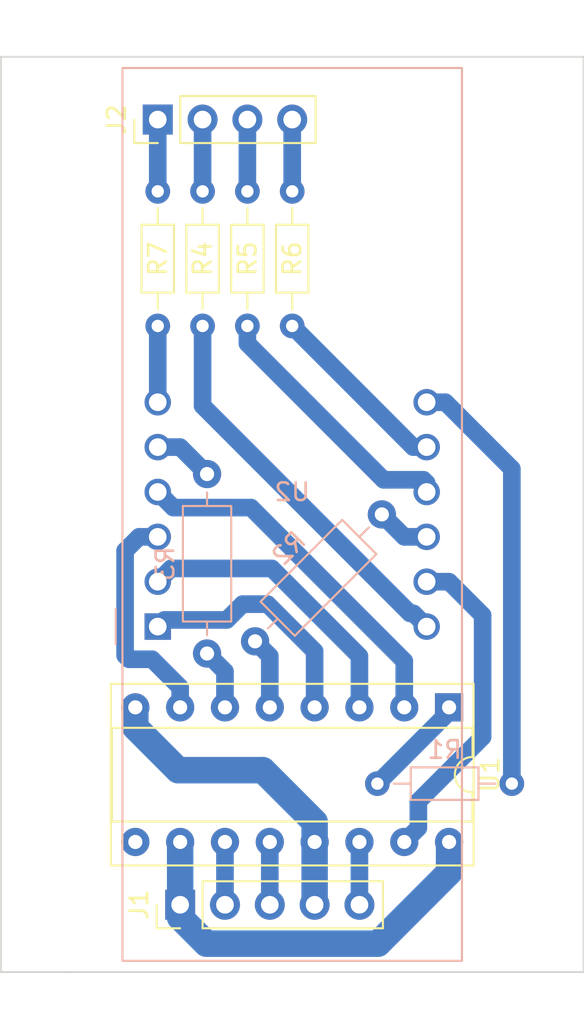
<source format=kicad_pcb>
(kicad_pcb (version 20171130) (host pcbnew "(5.0.2)-1")

  (general
    (thickness 1.6)
    (drawings 9)
    (tracks 78)
    (zones 0)
    (modules 15)
    (nets 26)
  )

  (page A4)
  (layers
    (0 F.Cu signal)
    (31 B.Cu signal)
    (32 B.Adhes user)
    (33 F.Adhes user)
    (34 B.Paste user)
    (35 F.Paste user)
    (36 B.SilkS user)
    (37 F.SilkS user)
    (38 B.Mask user)
    (39 F.Mask user)
    (40 Dwgs.User user)
    (41 Cmts.User user)
    (42 Eco1.User user)
    (43 Eco2.User user)
    (44 Edge.Cuts user)
    (45 Margin user)
    (46 B.CrtYd user)
    (47 F.CrtYd user)
    (48 B.Fab user)
    (49 F.Fab user)
  )

  (setup
    (last_trace_width 1)
    (trace_clearance 0.6)
    (zone_clearance 0.508)
    (zone_45_only no)
    (trace_min 0.2)
    (segment_width 0.2)
    (edge_width 0.1)
    (via_size 0.8)
    (via_drill 0.4)
    (via_min_size 0.4)
    (via_min_drill 0.3)
    (uvia_size 0.3)
    (uvia_drill 0.1)
    (uvias_allowed no)
    (uvia_min_size 0.2)
    (uvia_min_drill 0.1)
    (pcb_text_width 0.3)
    (pcb_text_size 1.5 1.5)
    (mod_edge_width 0.15)
    (mod_text_size 1 1)
    (mod_text_width 0.15)
    (pad_size 1.5 1.5)
    (pad_drill 0.6)
    (pad_to_mask_clearance 0)
    (solder_mask_min_width 0.25)
    (aux_axis_origin 0 0)
    (visible_elements 7FFFFFFF)
    (pcbplotparams
      (layerselection 0x010fc_ffffffff)
      (usegerberextensions false)
      (usegerberattributes false)
      (usegerberadvancedattributes false)
      (creategerberjobfile false)
      (excludeedgelayer true)
      (linewidth 0.100000)
      (plotframeref false)
      (viasonmask false)
      (mode 1)
      (useauxorigin false)
      (hpglpennumber 1)
      (hpglpenspeed 20)
      (hpglpendiameter 15.000000)
      (psnegative false)
      (psa4output false)
      (plotreference true)
      (plotvalue true)
      (plotinvisibletext false)
      (padsonsilk false)
      (subtractmaskfromsilk false)
      (outputformat 1)
      (mirror false)
      (drillshape 0)
      (scaleselection 1)
      (outputdirectory "./"))
  )

  (net 0 "")
  (net 1 +5V)
  (net 2 GND)
  (net 3 SPI_NSS)
  (net 4 SPI_SCK)
  (net 5 SPI_MOSI)
  (net 6 DIG0)
  (net 7 DIG1)
  (net 8 DIG2)
  (net 9 DIG3)
  (net 10 "Net-(R7-Pad2)")
  (net 11 "Net-(U1-Pad9)")
  (net 12 "Net-(U1-Pad2)")
  (net 13 "Net-(U1-Pad3)")
  (net 14 "Net-(U1-Pad4)")
  (net 15 "Net-(U1-Pad7)")
  (net 16 "Net-(U1-Pad15)")
  (net 17 "Net-(R1-Pad2)")
  (net 18 "Net-(R1-Pad1)")
  (net 19 "Net-(R2-Pad1)")
  (net 20 "Net-(R2-Pad2)")
  (net 21 "Net-(R3-Pad2)")
  (net 22 "Net-(R3-Pad1)")
  (net 23 "Net-(R4-Pad2)")
  (net 24 "Net-(R5-Pad2)")
  (net 25 "Net-(R6-Pad2)")

  (net_class Default "Это класс цепей по умолчанию."
    (clearance 0.6)
    (trace_width 1)
    (via_dia 0.8)
    (via_drill 0.4)
    (uvia_dia 0.3)
    (uvia_drill 0.1)
    (add_net DIG0)
    (add_net DIG1)
    (add_net DIG2)
    (add_net DIG3)
    (add_net "Net-(R1-Pad1)")
    (add_net "Net-(R1-Pad2)")
    (add_net "Net-(R2-Pad1)")
    (add_net "Net-(R2-Pad2)")
    (add_net "Net-(R3-Pad1)")
    (add_net "Net-(R3-Pad2)")
    (add_net "Net-(R4-Pad2)")
    (add_net "Net-(R5-Pad2)")
    (add_net "Net-(R6-Pad2)")
    (add_net "Net-(R7-Pad2)")
    (add_net "Net-(U1-Pad15)")
    (add_net "Net-(U1-Pad2)")
    (add_net "Net-(U1-Pad3)")
    (add_net "Net-(U1-Pad4)")
    (add_net "Net-(U1-Pad7)")
    (add_net "Net-(U1-Pad9)")
    (add_net SPI_MOSI)
    (add_net SPI_NSS)
    (add_net SPI_SCK)
  )

  (net_class PWR ""
    (clearance 0.6)
    (trace_width 1.5)
    (via_dia 0.8)
    (via_drill 0.4)
    (uvia_dia 0.3)
    (uvia_drill 0.1)
    (add_net +5V)
    (add_net GND)
  )

  (module Display_7Segment:CA56-12SRWA (layer B.Cu) (tedit 5A02FE84) (tstamp 5DC24ADA)
    (at 28.702 54.102)
    (descr "4 digit 7 segment green LED, http://www.kingbrightusa.com/images/catalog/SPEC/CA56-12SRWA.pdf")
    (tags "4 digit 7 segment green LED")
    (path /5C376772)
    (fp_text reference U2 (at 7.62 -7.62) (layer B.SilkS)
      (effects (font (size 1 1) (thickness 0.15)) (justify mirror))
    )
    (fp_text value CC56-12SRWA (at 3.2 -32.8) (layer B.Fab)
      (effects (font (size 1 1) (thickness 0.15)) (justify mirror))
    )
    (fp_line (start -2 18.92) (end 17.24 18.92) (layer B.SilkS) (width 0.12))
    (fp_line (start -2 18.92) (end -2 -31.62) (layer B.SilkS) (width 0.12))
    (fp_line (start -2 -31.62) (end 17.24 -31.62) (layer B.SilkS) (width 0.12))
    (fp_line (start 17.24 -31.62) (end 17.24 18.92) (layer B.SilkS) (width 0.12))
    (fp_line (start -1.88 -1) (end -0.88 0) (layer B.Fab) (width 0.1))
    (fp_line (start -0.88 0) (end -1.88 1) (layer B.Fab) (width 0.1))
    (fp_line (start -1.88 1) (end -1.88 18.8) (layer B.Fab) (width 0.1))
    (fp_line (start -2.13 19.05) (end 17.37 19.05) (layer B.CrtYd) (width 0.05))
    (fp_line (start 17.37 19.05) (end 17.37 -31.75) (layer B.CrtYd) (width 0.05))
    (fp_line (start 17.37 -31.75) (end -2.13 -31.75) (layer B.CrtYd) (width 0.05))
    (fp_line (start -2.13 -31.75) (end -2.13 19.05) (layer B.CrtYd) (width 0.05))
    (fp_line (start -2.38 1) (end -2.38 -1) (layer B.SilkS) (width 0.12))
    (fp_line (start -1.88 18.8) (end 17.12 18.8) (layer B.Fab) (width 0.1))
    (fp_line (start 17.12 18.8) (end 17.12 -31.5) (layer B.Fab) (width 0.1))
    (fp_line (start -1.88 -31.5) (end 17.12 -31.5) (layer B.Fab) (width 0.1))
    (fp_line (start -1.88 -1) (end -1.88 -31.5) (layer B.Fab) (width 0.1))
    (fp_text user %R (at 8.128 -6.604) (layer B.Fab)
      (effects (font (size 1 1) (thickness 0.15)) (justify mirror))
    )
    (pad 1 thru_hole rect (at 0 0) (size 1.5 1.5) (drill 1) (layers *.Cu *.Mask)
      (net 14 "Net-(U1-Pad4)"))
    (pad 2 thru_hole circle (at 0 -2.54) (size 1.5 1.5) (drill 1) (layers *.Cu *.Mask)
      (net 13 "Net-(U1-Pad3)"))
    (pad 3 thru_hole circle (at 0 -5.08) (size 1.5 1.5) (drill 1) (layers *.Cu *.Mask)
      (net 15 "Net-(U1-Pad7)"))
    (pad 4 thru_hole circle (at 0 -7.62) (size 1.5 1.5) (drill 1) (layers *.Cu *.Mask)
      (net 12 "Net-(U1-Pad2)"))
    (pad 5 thru_hole circle (at 0 -10.16) (size 1.5 1.5) (drill 1) (layers *.Cu *.Mask)
      (net 22 "Net-(R3-Pad1)"))
    (pad 6 thru_hole circle (at 0 -12.7) (size 1.5 1.5) (drill 1) (layers *.Cu *.Mask)
      (net 10 "Net-(R7-Pad2)"))
    (pad 7 thru_hole circle (at 15.24 -12.7) (size 1.5 1.5) (drill 1) (layers *.Cu *.Mask)
      (net 18 "Net-(R1-Pad1)"))
    (pad 8 thru_hole circle (at 15.24 -10.16) (size 1.5 1.5) (drill 1) (layers *.Cu *.Mask)
      (net 25 "Net-(R6-Pad2)"))
    (pad 9 thru_hole circle (at 15.24 -7.62) (size 1.5 1.5) (drill 1) (layers *.Cu *.Mask)
      (net 24 "Net-(R5-Pad2)"))
    (pad 10 thru_hole circle (at 15.24 -5.08) (size 1.5 1.5) (drill 1) (layers *.Cu *.Mask)
      (net 19 "Net-(R2-Pad1)"))
    (pad 11 thru_hole circle (at 15.24 -2.54) (size 1.5 1.5) (drill 1) (layers *.Cu *.Mask)
      (net 16 "Net-(U1-Pad15)"))
    (pad 12 thru_hole circle (at 15.24 0) (size 1.5 1.5) (drill 1) (layers *.Cu *.Mask)
      (net 23 "Net-(R4-Pad2)"))
    (model ${KISYS3DMOD}/Display_7Segment.3dshapes/CA56-12SRWA.wrl
      (at (xyz 0 0 0))
      (scale (xyz 1 1 1))
      (rotate (xyz 0 0 0))
    )
  )

  (module MountingHole:MountingHole_2.2mm_M2 (layer F.Cu) (tedit 5DB20D01) (tstamp 5DCB9BCB)
    (at 22.86 24.892)
    (descr "Mounting Hole 2.2mm, no annular, M2")
    (tags "mounting hole 2.2mm no annular m2")
    (attr virtual)
    (fp_text reference REF** (at 0 -3.2) (layer F.SilkS) hide
      (effects (font (size 1 1) (thickness 0.15)))
    )
    (fp_text value MountingHole_2.2mm_M2 (at 0 3.2) (layer F.Fab) hide
      (effects (font (size 1 1) (thickness 0.15)))
    )
    (fp_circle (center 0 0) (end 2.45 0) (layer F.CrtYd) (width 0.05))
    (fp_circle (center 0 0) (end 2.2 0) (layer Cmts.User) (width 0.15))
    (fp_text user %R (at 0.3 0) (layer F.Fab)
      (effects (font (size 1 1) (thickness 0.15)))
    )
    (pad 1 np_thru_hole circle (at 0 0) (size 2.2 2.2) (drill 2.2) (layers *.Cu *.Mask))
  )

  (module MountingHole:MountingHole_2.2mm_M2 (layer F.Cu) (tedit 5DB5AE27) (tstamp 5DCB9D4A)
    (at 22.86 70.612)
    (descr "Mounting Hole 2.2mm, no annular, M2")
    (tags "mounting hole 2.2mm no annular m2")
    (attr virtual)
    (fp_text reference REF** (at 0 -3.2) (layer F.SilkS) hide
      (effects (font (size 1 1) (thickness 0.15)))
    )
    (fp_text value MountingHole_2.2mm_M2 (at 0 3.2) (layer F.Fab) hide
      (effects (font (size 1 1) (thickness 0.15)))
    )
    (fp_circle (center 0 0) (end 2.45 0) (layer F.CrtYd) (width 0.05))
    (fp_circle (center 0 0) (end 2.2 0) (layer Cmts.User) (width 0.15))
    (fp_text user %R (at 0.3 0) (layer F.Fab)
      (effects (font (size 1 1) (thickness 0.15)))
    )
    (pad 1 np_thru_hole circle (at 0 0) (size 2.2 2.2) (drill 2.2) (layers *.Cu *.Mask))
  )

  (module MountingHole:MountingHole_2.2mm_M2 (layer F.Cu) (tedit 5DB20CFB) (tstamp 5DCB9ECC)
    (at 49.784 24.892)
    (descr "Mounting Hole 2.2mm, no annular, M2")
    (tags "mounting hole 2.2mm no annular m2")
    (attr virtual)
    (fp_text reference REF** (at 0 -3.2) (layer F.SilkS) hide
      (effects (font (size 1 1) (thickness 0.15)))
    )
    (fp_text value MountingHole_2.2mm_M2 (at 0 3.2) (layer F.Fab) hide
      (effects (font (size 1 1) (thickness 0.15)))
    )
    (fp_circle (center 0 0) (end 2.45 0) (layer F.CrtYd) (width 0.05))
    (fp_circle (center 0 0) (end 2.2 0) (layer Cmts.User) (width 0.15))
    (fp_text user %R (at 0.3 0) (layer F.Fab)
      (effects (font (size 1 1) (thickness 0.15)))
    )
    (pad 1 np_thru_hole circle (at 0 0) (size 2.2 2.2) (drill 2.2) (layers *.Cu *.Mask))
  )

  (module MountingHole:MountingHole_2.2mm_M2 (layer F.Cu) (tedit 5DB20CF2) (tstamp 5DCBA052)
    (at 49.784 70.612)
    (descr "Mounting Hole 2.2mm, no annular, M2")
    (tags "mounting hole 2.2mm no annular m2")
    (attr virtual)
    (fp_text reference REF** (at 0 -3.2) (layer F.SilkS) hide
      (effects (font (size 1 1) (thickness 0.15)))
    )
    (fp_text value MountingHole_2.2mm_M2 (at 0 3.2) (layer F.Fab) hide
      (effects (font (size 1 1) (thickness 0.15)))
    )
    (fp_circle (center 0 0) (end 2.45 0) (layer F.CrtYd) (width 0.05))
    (fp_circle (center 0 0) (end 2.2 0) (layer Cmts.User) (width 0.15))
    (fp_text user %R (at 0.3 0) (layer F.Fab)
      (effects (font (size 1 1) (thickness 0.15)))
    )
    (pad 1 np_thru_hole circle (at 0 0) (size 2.2 2.2) (drill 2.2) (layers *.Cu *.Mask))
  )

  (module Connector_PinHeader_2.54mm:PinHeader_1x05_P2.54mm_Vertical (layer F.Cu) (tedit 59FED5CC) (tstamp 5DC249D4)
    (at 29.972 69.85 90)
    (descr "Through hole straight pin header, 1x05, 2.54mm pitch, single row")
    (tags "Through hole pin header THT 1x05 2.54mm single row")
    (path /5DB32951)
    (fp_text reference J1 (at 0 -2.33 90) (layer F.SilkS)
      (effects (font (size 1 1) (thickness 0.15)))
    )
    (fp_text value Conn_01x05_Male (at 0 12.49 90) (layer F.Fab)
      (effects (font (size 1 1) (thickness 0.15)))
    )
    (fp_line (start -0.635 -1.27) (end 1.27 -1.27) (layer F.Fab) (width 0.1))
    (fp_line (start 1.27 -1.27) (end 1.27 11.43) (layer F.Fab) (width 0.1))
    (fp_line (start 1.27 11.43) (end -1.27 11.43) (layer F.Fab) (width 0.1))
    (fp_line (start -1.27 11.43) (end -1.27 -0.635) (layer F.Fab) (width 0.1))
    (fp_line (start -1.27 -0.635) (end -0.635 -1.27) (layer F.Fab) (width 0.1))
    (fp_line (start -1.33 11.49) (end 1.33 11.49) (layer F.SilkS) (width 0.12))
    (fp_line (start -1.33 1.27) (end -1.33 11.49) (layer F.SilkS) (width 0.12))
    (fp_line (start 1.33 1.27) (end 1.33 11.49) (layer F.SilkS) (width 0.12))
    (fp_line (start -1.33 1.27) (end 1.33 1.27) (layer F.SilkS) (width 0.12))
    (fp_line (start -1.33 0) (end -1.33 -1.33) (layer F.SilkS) (width 0.12))
    (fp_line (start -1.33 -1.33) (end 0 -1.33) (layer F.SilkS) (width 0.12))
    (fp_line (start -1.8 -1.8) (end -1.8 11.95) (layer F.CrtYd) (width 0.05))
    (fp_line (start -1.8 11.95) (end 1.8 11.95) (layer F.CrtYd) (width 0.05))
    (fp_line (start 1.8 11.95) (end 1.8 -1.8) (layer F.CrtYd) (width 0.05))
    (fp_line (start 1.8 -1.8) (end -1.8 -1.8) (layer F.CrtYd) (width 0.05))
    (fp_text user %R (at 0 5.08 180) (layer F.Fab)
      (effects (font (size 1 1) (thickness 0.15)))
    )
    (pad 1 thru_hole rect (at 0 0 90) (size 1.7 1.7) (drill 1) (layers *.Cu *.Mask)
      (net 1 +5V))
    (pad 2 thru_hole oval (at 0 2.54 90) (size 1.7 1.7) (drill 1) (layers *.Cu *.Mask)
      (net 4 SPI_SCK))
    (pad 3 thru_hole oval (at 0 5.08 90) (size 1.7 1.7) (drill 1) (layers *.Cu *.Mask)
      (net 3 SPI_NSS))
    (pad 4 thru_hole oval (at 0 7.62 90) (size 1.7 1.7) (drill 1) (layers *.Cu *.Mask)
      (net 2 GND))
    (pad 5 thru_hole oval (at 0 10.16 90) (size 1.7 1.7) (drill 1) (layers *.Cu *.Mask)
      (net 5 SPI_MOSI))
    (model ${KISYS3DMOD}/Connector_PinHeader_2.54mm.3dshapes/PinHeader_1x05_P2.54mm_Vertical.wrl
      (at (xyz 0 0 0))
      (scale (xyz 1 1 1))
      (rotate (xyz 0 0 0))
    )
  )

  (module Connector_PinHeader_2.54mm:PinHeader_1x04_P2.54mm_Vertical (layer F.Cu) (tedit 59FED5CC) (tstamp 5DC249EC)
    (at 28.702 25.4 90)
    (descr "Through hole straight pin header, 1x04, 2.54mm pitch, single row")
    (tags "Through hole pin header THT 1x04 2.54mm single row")
    (path /5DB30AED)
    (fp_text reference J2 (at 0 -2.33 90) (layer F.SilkS)
      (effects (font (size 1 1) (thickness 0.15)))
    )
    (fp_text value Conn_01x04_Male (at 0 9.95 90) (layer F.Fab)
      (effects (font (size 1 1) (thickness 0.15)))
    )
    (fp_line (start -0.635 -1.27) (end 1.27 -1.27) (layer F.Fab) (width 0.1))
    (fp_line (start 1.27 -1.27) (end 1.27 8.89) (layer F.Fab) (width 0.1))
    (fp_line (start 1.27 8.89) (end -1.27 8.89) (layer F.Fab) (width 0.1))
    (fp_line (start -1.27 8.89) (end -1.27 -0.635) (layer F.Fab) (width 0.1))
    (fp_line (start -1.27 -0.635) (end -0.635 -1.27) (layer F.Fab) (width 0.1))
    (fp_line (start -1.33 8.95) (end 1.33 8.95) (layer F.SilkS) (width 0.12))
    (fp_line (start -1.33 1.27) (end -1.33 8.95) (layer F.SilkS) (width 0.12))
    (fp_line (start 1.33 1.27) (end 1.33 8.95) (layer F.SilkS) (width 0.12))
    (fp_line (start -1.33 1.27) (end 1.33 1.27) (layer F.SilkS) (width 0.12))
    (fp_line (start -1.33 0) (end -1.33 -1.33) (layer F.SilkS) (width 0.12))
    (fp_line (start -1.33 -1.33) (end 0 -1.33) (layer F.SilkS) (width 0.12))
    (fp_line (start -1.8 -1.8) (end -1.8 9.4) (layer F.CrtYd) (width 0.05))
    (fp_line (start -1.8 9.4) (end 1.8 9.4) (layer F.CrtYd) (width 0.05))
    (fp_line (start 1.8 9.4) (end 1.8 -1.8) (layer F.CrtYd) (width 0.05))
    (fp_line (start 1.8 -1.8) (end -1.8 -1.8) (layer F.CrtYd) (width 0.05))
    (fp_text user %R (at 0 3.81 180) (layer F.Fab)
      (effects (font (size 1 1) (thickness 0.15)))
    )
    (pad 1 thru_hole rect (at 0 0 90) (size 1.7 1.7) (drill 1) (layers *.Cu *.Mask)
      (net 9 DIG3))
    (pad 2 thru_hole oval (at 0 2.54 90) (size 1.7 1.7) (drill 1) (layers *.Cu *.Mask)
      (net 6 DIG0))
    (pad 3 thru_hole oval (at 0 5.08 90) (size 1.7 1.7) (drill 1) (layers *.Cu *.Mask)
      (net 7 DIG1))
    (pad 4 thru_hole oval (at 0 7.62 90) (size 1.7 1.7) (drill 1) (layers *.Cu *.Mask)
      (net 8 DIG2))
    (model ${KISYS3DMOD}/Connector_PinHeader_2.54mm.3dshapes/PinHeader_1x04_P2.54mm_Vertical.wrl
      (at (xyz 0 0 0))
      (scale (xyz 1 1 1))
      (rotate (xyz 0 0 0))
    )
  )

  (module Resistor_THT:R_Axial_DIN0204_L3.6mm_D1.6mm_P7.62mm_Horizontal (layer F.Cu) (tedit 5AE5139B) (tstamp 5DC24A48)
    (at 31.242 29.464 270)
    (descr "Resistor, Axial_DIN0204 series, Axial, Horizontal, pin pitch=7.62mm, 0.167W, length*diameter=3.6*1.6mm^2, http://cdn-reichelt.de/documents/datenblatt/B400/1_4W%23YAG.pdf")
    (tags "Resistor Axial_DIN0204 series Axial Horizontal pin pitch 7.62mm 0.167W length 3.6mm diameter 1.6mm")
    (path /5C3A4A47)
    (fp_text reference R4 (at 3.81 0 270) (layer F.SilkS)
      (effects (font (size 1 1) (thickness 0.15)))
    )
    (fp_text value 330 (at 3.81 1.92 270) (layer F.Fab)
      (effects (font (size 1 1) (thickness 0.15)))
    )
    (fp_line (start 2.01 -0.8) (end 2.01 0.8) (layer F.Fab) (width 0.1))
    (fp_line (start 2.01 0.8) (end 5.61 0.8) (layer F.Fab) (width 0.1))
    (fp_line (start 5.61 0.8) (end 5.61 -0.8) (layer F.Fab) (width 0.1))
    (fp_line (start 5.61 -0.8) (end 2.01 -0.8) (layer F.Fab) (width 0.1))
    (fp_line (start 0 0) (end 2.01 0) (layer F.Fab) (width 0.1))
    (fp_line (start 7.62 0) (end 5.61 0) (layer F.Fab) (width 0.1))
    (fp_line (start 1.89 -0.92) (end 1.89 0.92) (layer F.SilkS) (width 0.12))
    (fp_line (start 1.89 0.92) (end 5.73 0.92) (layer F.SilkS) (width 0.12))
    (fp_line (start 5.73 0.92) (end 5.73 -0.92) (layer F.SilkS) (width 0.12))
    (fp_line (start 5.73 -0.92) (end 1.89 -0.92) (layer F.SilkS) (width 0.12))
    (fp_line (start 0.94 0) (end 1.89 0) (layer F.SilkS) (width 0.12))
    (fp_line (start 6.68 0) (end 5.73 0) (layer F.SilkS) (width 0.12))
    (fp_line (start -0.95 -1.05) (end -0.95 1.05) (layer F.CrtYd) (width 0.05))
    (fp_line (start -0.95 1.05) (end 8.57 1.05) (layer F.CrtYd) (width 0.05))
    (fp_line (start 8.57 1.05) (end 8.57 -1.05) (layer F.CrtYd) (width 0.05))
    (fp_line (start 8.57 -1.05) (end -0.95 -1.05) (layer F.CrtYd) (width 0.05))
    (fp_text user %R (at 3.81 0 270) (layer F.Fab)
      (effects (font (size 0.72 0.72) (thickness 0.108)))
    )
    (pad 1 thru_hole circle (at 0 0 270) (size 1.4 1.4) (drill 0.7) (layers *.Cu *.Mask)
      (net 6 DIG0))
    (pad 2 thru_hole oval (at 7.62 0 270) (size 1.4 1.4) (drill 0.7) (layers *.Cu *.Mask)
      (net 23 "Net-(R4-Pad2)"))
    (model ${KISYS3DMOD}/Resistor_THT.3dshapes/R_Axial_DIN0204_L3.6mm_D1.6mm_P7.62mm_Horizontal.wrl
      (at (xyz 0 0 0))
      (scale (xyz 1 1 1))
      (rotate (xyz 0 0 0))
    )
  )

  (module Resistor_THT:R_Axial_DIN0204_L3.6mm_D1.6mm_P7.62mm_Horizontal (layer F.Cu) (tedit 5AE5139B) (tstamp 5DC24A5F)
    (at 33.782 29.464 270)
    (descr "Resistor, Axial_DIN0204 series, Axial, Horizontal, pin pitch=7.62mm, 0.167W, length*diameter=3.6*1.6mm^2, http://cdn-reichelt.de/documents/datenblatt/B400/1_4W%23YAG.pdf")
    (tags "Resistor Axial_DIN0204 series Axial Horizontal pin pitch 7.62mm 0.167W length 3.6mm diameter 1.6mm")
    (path /5C3A4BCB)
    (fp_text reference R5 (at 3.81 0 270) (layer F.SilkS)
      (effects (font (size 1 1) (thickness 0.15)))
    )
    (fp_text value 330 (at 3.81 1.92 270) (layer F.Fab)
      (effects (font (size 1 1) (thickness 0.15)))
    )
    (fp_text user %R (at 3.81 0 270) (layer F.Fab)
      (effects (font (size 0.72 0.72) (thickness 0.108)))
    )
    (fp_line (start 8.57 -1.05) (end -0.95 -1.05) (layer F.CrtYd) (width 0.05))
    (fp_line (start 8.57 1.05) (end 8.57 -1.05) (layer F.CrtYd) (width 0.05))
    (fp_line (start -0.95 1.05) (end 8.57 1.05) (layer F.CrtYd) (width 0.05))
    (fp_line (start -0.95 -1.05) (end -0.95 1.05) (layer F.CrtYd) (width 0.05))
    (fp_line (start 6.68 0) (end 5.73 0) (layer F.SilkS) (width 0.12))
    (fp_line (start 0.94 0) (end 1.89 0) (layer F.SilkS) (width 0.12))
    (fp_line (start 5.73 -0.92) (end 1.89 -0.92) (layer F.SilkS) (width 0.12))
    (fp_line (start 5.73 0.92) (end 5.73 -0.92) (layer F.SilkS) (width 0.12))
    (fp_line (start 1.89 0.92) (end 5.73 0.92) (layer F.SilkS) (width 0.12))
    (fp_line (start 1.89 -0.92) (end 1.89 0.92) (layer F.SilkS) (width 0.12))
    (fp_line (start 7.62 0) (end 5.61 0) (layer F.Fab) (width 0.1))
    (fp_line (start 0 0) (end 2.01 0) (layer F.Fab) (width 0.1))
    (fp_line (start 5.61 -0.8) (end 2.01 -0.8) (layer F.Fab) (width 0.1))
    (fp_line (start 5.61 0.8) (end 5.61 -0.8) (layer F.Fab) (width 0.1))
    (fp_line (start 2.01 0.8) (end 5.61 0.8) (layer F.Fab) (width 0.1))
    (fp_line (start 2.01 -0.8) (end 2.01 0.8) (layer F.Fab) (width 0.1))
    (pad 2 thru_hole oval (at 7.62 0 270) (size 1.4 1.4) (drill 0.7) (layers *.Cu *.Mask)
      (net 24 "Net-(R5-Pad2)"))
    (pad 1 thru_hole circle (at 0 0 270) (size 1.4 1.4) (drill 0.7) (layers *.Cu *.Mask)
      (net 7 DIG1))
    (model ${KISYS3DMOD}/Resistor_THT.3dshapes/R_Axial_DIN0204_L3.6mm_D1.6mm_P7.62mm_Horizontal.wrl
      (at (xyz 0 0 0))
      (scale (xyz 1 1 1))
      (rotate (xyz 0 0 0))
    )
  )

  (module Resistor_THT:R_Axial_DIN0204_L3.6mm_D1.6mm_P7.62mm_Horizontal (layer F.Cu) (tedit 5AE5139B) (tstamp 5DC24A76)
    (at 36.322 29.464 270)
    (descr "Resistor, Axial_DIN0204 series, Axial, Horizontal, pin pitch=7.62mm, 0.167W, length*diameter=3.6*1.6mm^2, http://cdn-reichelt.de/documents/datenblatt/B400/1_4W%23YAG.pdf")
    (tags "Resistor Axial_DIN0204 series Axial Horizontal pin pitch 7.62mm 0.167W length 3.6mm diameter 1.6mm")
    (path /5C3A4C2B)
    (fp_text reference R6 (at 3.81 0 270) (layer F.SilkS)
      (effects (font (size 1 1) (thickness 0.15)))
    )
    (fp_text value 330 (at 3.81 1.92 270) (layer F.Fab)
      (effects (font (size 1 1) (thickness 0.15)))
    )
    (fp_line (start 2.01 -0.8) (end 2.01 0.8) (layer F.Fab) (width 0.1))
    (fp_line (start 2.01 0.8) (end 5.61 0.8) (layer F.Fab) (width 0.1))
    (fp_line (start 5.61 0.8) (end 5.61 -0.8) (layer F.Fab) (width 0.1))
    (fp_line (start 5.61 -0.8) (end 2.01 -0.8) (layer F.Fab) (width 0.1))
    (fp_line (start 0 0) (end 2.01 0) (layer F.Fab) (width 0.1))
    (fp_line (start 7.62 0) (end 5.61 0) (layer F.Fab) (width 0.1))
    (fp_line (start 1.89 -0.92) (end 1.89 0.92) (layer F.SilkS) (width 0.12))
    (fp_line (start 1.89 0.92) (end 5.73 0.92) (layer F.SilkS) (width 0.12))
    (fp_line (start 5.73 0.92) (end 5.73 -0.92) (layer F.SilkS) (width 0.12))
    (fp_line (start 5.73 -0.92) (end 1.89 -0.92) (layer F.SilkS) (width 0.12))
    (fp_line (start 0.94 0) (end 1.89 0) (layer F.SilkS) (width 0.12))
    (fp_line (start 6.68 0) (end 5.73 0) (layer F.SilkS) (width 0.12))
    (fp_line (start -0.95 -1.05) (end -0.95 1.05) (layer F.CrtYd) (width 0.05))
    (fp_line (start -0.95 1.05) (end 8.57 1.05) (layer F.CrtYd) (width 0.05))
    (fp_line (start 8.57 1.05) (end 8.57 -1.05) (layer F.CrtYd) (width 0.05))
    (fp_line (start 8.57 -1.05) (end -0.95 -1.05) (layer F.CrtYd) (width 0.05))
    (fp_text user %R (at 3.81 0 270) (layer F.Fab)
      (effects (font (size 0.72 0.72) (thickness 0.108)))
    )
    (pad 1 thru_hole circle (at 0 0 270) (size 1.4 1.4) (drill 0.7) (layers *.Cu *.Mask)
      (net 8 DIG2))
    (pad 2 thru_hole oval (at 7.62 0 270) (size 1.4 1.4) (drill 0.7) (layers *.Cu *.Mask)
      (net 25 "Net-(R6-Pad2)"))
    (model ${KISYS3DMOD}/Resistor_THT.3dshapes/R_Axial_DIN0204_L3.6mm_D1.6mm_P7.62mm_Horizontal.wrl
      (at (xyz 0 0 0))
      (scale (xyz 1 1 1))
      (rotate (xyz 0 0 0))
    )
  )

  (module Resistor_THT:R_Axial_DIN0204_L3.6mm_D1.6mm_P7.62mm_Horizontal (layer F.Cu) (tedit 5AE5139B) (tstamp 5DC24A8D)
    (at 28.702 29.464 270)
    (descr "Resistor, Axial_DIN0204 series, Axial, Horizontal, pin pitch=7.62mm, 0.167W, length*diameter=3.6*1.6mm^2, http://cdn-reichelt.de/documents/datenblatt/B400/1_4W%23YAG.pdf")
    (tags "Resistor Axial_DIN0204 series Axial Horizontal pin pitch 7.62mm 0.167W length 3.6mm diameter 1.6mm")
    (path /5C3A4C8D)
    (fp_text reference R7 (at 3.81 0 270) (layer F.SilkS)
      (effects (font (size 1 1) (thickness 0.15)))
    )
    (fp_text value 330 (at 3.81 1.92 270) (layer F.Fab)
      (effects (font (size 1 1) (thickness 0.15)))
    )
    (fp_text user %R (at 3.81 0 270) (layer F.Fab)
      (effects (font (size 0.72 0.72) (thickness 0.108)))
    )
    (fp_line (start 8.57 -1.05) (end -0.95 -1.05) (layer F.CrtYd) (width 0.05))
    (fp_line (start 8.57 1.05) (end 8.57 -1.05) (layer F.CrtYd) (width 0.05))
    (fp_line (start -0.95 1.05) (end 8.57 1.05) (layer F.CrtYd) (width 0.05))
    (fp_line (start -0.95 -1.05) (end -0.95 1.05) (layer F.CrtYd) (width 0.05))
    (fp_line (start 6.68 0) (end 5.73 0) (layer F.SilkS) (width 0.12))
    (fp_line (start 0.94 0) (end 1.89 0) (layer F.SilkS) (width 0.12))
    (fp_line (start 5.73 -0.92) (end 1.89 -0.92) (layer F.SilkS) (width 0.12))
    (fp_line (start 5.73 0.92) (end 5.73 -0.92) (layer F.SilkS) (width 0.12))
    (fp_line (start 1.89 0.92) (end 5.73 0.92) (layer F.SilkS) (width 0.12))
    (fp_line (start 1.89 -0.92) (end 1.89 0.92) (layer F.SilkS) (width 0.12))
    (fp_line (start 7.62 0) (end 5.61 0) (layer F.Fab) (width 0.1))
    (fp_line (start 0 0) (end 2.01 0) (layer F.Fab) (width 0.1))
    (fp_line (start 5.61 -0.8) (end 2.01 -0.8) (layer F.Fab) (width 0.1))
    (fp_line (start 5.61 0.8) (end 5.61 -0.8) (layer F.Fab) (width 0.1))
    (fp_line (start 2.01 0.8) (end 5.61 0.8) (layer F.Fab) (width 0.1))
    (fp_line (start 2.01 -0.8) (end 2.01 0.8) (layer F.Fab) (width 0.1))
    (pad 2 thru_hole oval (at 7.62 0 270) (size 1.4 1.4) (drill 0.7) (layers *.Cu *.Mask)
      (net 10 "Net-(R7-Pad2)"))
    (pad 1 thru_hole circle (at 0 0 270) (size 1.4 1.4) (drill 0.7) (layers *.Cu *.Mask)
      (net 9 DIG3))
    (model ${KISYS3DMOD}/Resistor_THT.3dshapes/R_Axial_DIN0204_L3.6mm_D1.6mm_P7.62mm_Horizontal.wrl
      (at (xyz 0 0 0))
      (scale (xyz 1 1 1))
      (rotate (xyz 0 0 0))
    )
  )

  (module Package_DIP:DIP-16_W7.62mm_Socket (layer F.Cu) (tedit 5A02E8C5) (tstamp 5DC24AB9)
    (at 45.212 58.674 270)
    (descr "16-lead though-hole mounted DIP package, row spacing 7.62 mm (300 mils), Socket")
    (tags "THT DIP DIL PDIP 2.54mm 7.62mm 300mil Socket")
    (path /5C37799C)
    (fp_text reference U1 (at 3.81 -2.33 270) (layer F.SilkS)
      (effects (font (size 1 1) (thickness 0.15)))
    )
    (fp_text value 74HC595 (at 3.81 20.11 270) (layer F.Fab)
      (effects (font (size 1 1) (thickness 0.15)))
    )
    (fp_arc (start 3.81 -1.33) (end 2.81 -1.33) (angle -180) (layer F.SilkS) (width 0.12))
    (fp_line (start 1.635 -1.27) (end 6.985 -1.27) (layer F.Fab) (width 0.1))
    (fp_line (start 6.985 -1.27) (end 6.985 19.05) (layer F.Fab) (width 0.1))
    (fp_line (start 6.985 19.05) (end 0.635 19.05) (layer F.Fab) (width 0.1))
    (fp_line (start 0.635 19.05) (end 0.635 -0.27) (layer F.Fab) (width 0.1))
    (fp_line (start 0.635 -0.27) (end 1.635 -1.27) (layer F.Fab) (width 0.1))
    (fp_line (start -1.27 -1.33) (end -1.27 19.11) (layer F.Fab) (width 0.1))
    (fp_line (start -1.27 19.11) (end 8.89 19.11) (layer F.Fab) (width 0.1))
    (fp_line (start 8.89 19.11) (end 8.89 -1.33) (layer F.Fab) (width 0.1))
    (fp_line (start 8.89 -1.33) (end -1.27 -1.33) (layer F.Fab) (width 0.1))
    (fp_line (start 2.81 -1.33) (end 1.16 -1.33) (layer F.SilkS) (width 0.12))
    (fp_line (start 1.16 -1.33) (end 1.16 19.11) (layer F.SilkS) (width 0.12))
    (fp_line (start 1.16 19.11) (end 6.46 19.11) (layer F.SilkS) (width 0.12))
    (fp_line (start 6.46 19.11) (end 6.46 -1.33) (layer F.SilkS) (width 0.12))
    (fp_line (start 6.46 -1.33) (end 4.81 -1.33) (layer F.SilkS) (width 0.12))
    (fp_line (start -1.33 -1.39) (end -1.33 19.17) (layer F.SilkS) (width 0.12))
    (fp_line (start -1.33 19.17) (end 8.95 19.17) (layer F.SilkS) (width 0.12))
    (fp_line (start 8.95 19.17) (end 8.95 -1.39) (layer F.SilkS) (width 0.12))
    (fp_line (start 8.95 -1.39) (end -1.33 -1.39) (layer F.SilkS) (width 0.12))
    (fp_line (start -1.55 -1.6) (end -1.55 19.4) (layer F.CrtYd) (width 0.05))
    (fp_line (start -1.55 19.4) (end 9.15 19.4) (layer F.CrtYd) (width 0.05))
    (fp_line (start 9.15 19.4) (end 9.15 -1.6) (layer F.CrtYd) (width 0.05))
    (fp_line (start 9.15 -1.6) (end -1.55 -1.6) (layer F.CrtYd) (width 0.05))
    (fp_text user %R (at 3.81 8.89 270) (layer F.Fab)
      (effects (font (size 1 1) (thickness 0.15)))
    )
    (pad 1 thru_hole rect (at 0 0 270) (size 1.6 1.6) (drill 0.8) (layers *.Cu *.Mask)
      (net 17 "Net-(R1-Pad2)"))
    (pad 9 thru_hole oval (at 7.62 17.78 270) (size 1.6 1.6) (drill 0.8) (layers *.Cu *.Mask)
      (net 11 "Net-(U1-Pad9)"))
    (pad 2 thru_hole oval (at 0 2.54 270) (size 1.6 1.6) (drill 0.8) (layers *.Cu *.Mask)
      (net 12 "Net-(U1-Pad2)"))
    (pad 10 thru_hole oval (at 7.62 15.24 270) (size 1.6 1.6) (drill 0.8) (layers *.Cu *.Mask)
      (net 1 +5V))
    (pad 3 thru_hole oval (at 0 5.08 270) (size 1.6 1.6) (drill 0.8) (layers *.Cu *.Mask)
      (net 13 "Net-(U1-Pad3)"))
    (pad 11 thru_hole oval (at 7.62 12.7 270) (size 1.6 1.6) (drill 0.8) (layers *.Cu *.Mask)
      (net 4 SPI_SCK))
    (pad 4 thru_hole oval (at 0 7.62 270) (size 1.6 1.6) (drill 0.8) (layers *.Cu *.Mask)
      (net 14 "Net-(U1-Pad4)"))
    (pad 12 thru_hole oval (at 7.62 10.16 270) (size 1.6 1.6) (drill 0.8) (layers *.Cu *.Mask)
      (net 3 SPI_NSS))
    (pad 5 thru_hole oval (at 0 10.16 270) (size 1.6 1.6) (drill 0.8) (layers *.Cu *.Mask)
      (net 20 "Net-(R2-Pad2)"))
    (pad 13 thru_hole oval (at 7.62 7.62 270) (size 1.6 1.6) (drill 0.8) (layers *.Cu *.Mask)
      (net 2 GND))
    (pad 6 thru_hole oval (at 0 12.7 270) (size 1.6 1.6) (drill 0.8) (layers *.Cu *.Mask)
      (net 21 "Net-(R3-Pad2)"))
    (pad 14 thru_hole oval (at 7.62 5.08 270) (size 1.6 1.6) (drill 0.8) (layers *.Cu *.Mask)
      (net 5 SPI_MOSI))
    (pad 7 thru_hole oval (at 0 15.24 270) (size 1.6 1.6) (drill 0.8) (layers *.Cu *.Mask)
      (net 15 "Net-(U1-Pad7)"))
    (pad 15 thru_hole oval (at 7.62 2.54 270) (size 1.6 1.6) (drill 0.8) (layers *.Cu *.Mask)
      (net 16 "Net-(U1-Pad15)"))
    (pad 8 thru_hole oval (at 0 17.78 270) (size 1.6 1.6) (drill 0.8) (layers *.Cu *.Mask)
      (net 2 GND))
    (pad 16 thru_hole oval (at 7.62 0 270) (size 1.6 1.6) (drill 0.8) (layers *.Cu *.Mask)
      (net 1 +5V))
    (model ${KISYS3DMOD}/Package_DIP.3dshapes/DIP-16_W7.62mm_Socket.wrl
      (at (xyz 0 0 0))
      (scale (xyz 1 1 1))
      (rotate (xyz 0 0 0))
    )
  )

  (module Resistor_THT:R_Axial_DIN0207_L6.3mm_D2.5mm_P10.16mm_Horizontal (layer B.Cu) (tedit 5AE5139B) (tstamp 5DC2548C)
    (at 31.496 45.466 270)
    (descr "Resistor, Axial_DIN0207 series, Axial, Horizontal, pin pitch=10.16mm, 0.25W = 1/4W, length*diameter=6.3*2.5mm^2, http://cdn-reichelt.de/documents/datenblatt/B400/1_4W%23YAG.pdf")
    (tags "Resistor Axial_DIN0207 series Axial Horizontal pin pitch 10.16mm 0.25W = 1/4W length 6.3mm diameter 2.5mm")
    (path /5DB5C67D)
    (fp_text reference R3 (at 5.08 2.37 270) (layer B.SilkS)
      (effects (font (size 1 1) (thickness 0.15)) (justify mirror))
    )
    (fp_text value 0 (at 5.08 -2.37 270) (layer B.Fab)
      (effects (font (size 1 1) (thickness 0.15)) (justify mirror))
    )
    (fp_line (start 1.93 1.25) (end 1.93 -1.25) (layer B.Fab) (width 0.1))
    (fp_line (start 1.93 -1.25) (end 8.23 -1.25) (layer B.Fab) (width 0.1))
    (fp_line (start 8.23 -1.25) (end 8.23 1.25) (layer B.Fab) (width 0.1))
    (fp_line (start 8.23 1.25) (end 1.93 1.25) (layer B.Fab) (width 0.1))
    (fp_line (start 0 0) (end 1.93 0) (layer B.Fab) (width 0.1))
    (fp_line (start 10.16 0) (end 8.23 0) (layer B.Fab) (width 0.1))
    (fp_line (start 1.81 1.37) (end 1.81 -1.37) (layer B.SilkS) (width 0.12))
    (fp_line (start 1.81 -1.37) (end 8.35 -1.37) (layer B.SilkS) (width 0.12))
    (fp_line (start 8.35 -1.37) (end 8.35 1.37) (layer B.SilkS) (width 0.12))
    (fp_line (start 8.35 1.37) (end 1.81 1.37) (layer B.SilkS) (width 0.12))
    (fp_line (start 1.04 0) (end 1.81 0) (layer B.SilkS) (width 0.12))
    (fp_line (start 9.12 0) (end 8.35 0) (layer B.SilkS) (width 0.12))
    (fp_line (start -1.05 1.5) (end -1.05 -1.5) (layer B.CrtYd) (width 0.05))
    (fp_line (start -1.05 -1.5) (end 11.21 -1.5) (layer B.CrtYd) (width 0.05))
    (fp_line (start 11.21 -1.5) (end 11.21 1.5) (layer B.CrtYd) (width 0.05))
    (fp_line (start 11.21 1.5) (end -1.05 1.5) (layer B.CrtYd) (width 0.05))
    (fp_text user %R (at 5.08 0 270) (layer B.Fab)
      (effects (font (size 1 1) (thickness 0.15)) (justify mirror))
    )
    (pad 1 thru_hole circle (at 0 0 270) (size 1.6 1.6) (drill 0.8) (layers *.Cu *.Mask)
      (net 22 "Net-(R3-Pad1)"))
    (pad 2 thru_hole oval (at 10.16 0 270) (size 1.6 1.6) (drill 0.8) (layers *.Cu *.Mask)
      (net 21 "Net-(R3-Pad2)"))
    (model ${KISYS3DMOD}/Resistor_THT.3dshapes/R_Axial_DIN0207_L6.3mm_D2.5mm_P10.16mm_Horizontal.wrl
      (at (xyz 0 0 0))
      (scale (xyz 1 1 1))
      (rotate (xyz 0 0 0))
    )
  )

  (module Resistor_THT:R_Axial_DIN0204_L3.6mm_D1.6mm_P7.62mm_Horizontal (layer B.Cu) (tedit 5AE5139B) (tstamp 5DC25589)
    (at 48.768 62.992 180)
    (descr "Resistor, Axial_DIN0204 series, Axial, Horizontal, pin pitch=7.62mm, 0.167W, length*diameter=3.6*1.6mm^2, http://cdn-reichelt.de/documents/datenblatt/B400/1_4W%23YAG.pdf")
    (tags "Resistor Axial_DIN0204 series Axial Horizontal pin pitch 7.62mm 0.167W length 3.6mm diameter 1.6mm")
    (path /5DB5C04C)
    (fp_text reference R1 (at 3.81 1.92 180) (layer B.SilkS)
      (effects (font (size 1 1) (thickness 0.15)) (justify mirror))
    )
    (fp_text value 0 (at 3.81 -1.92 180) (layer B.Fab)
      (effects (font (size 1 1) (thickness 0.15)) (justify mirror))
    )
    (fp_line (start 2.01 0.8) (end 2.01 -0.8) (layer B.Fab) (width 0.1))
    (fp_line (start 2.01 -0.8) (end 5.61 -0.8) (layer B.Fab) (width 0.1))
    (fp_line (start 5.61 -0.8) (end 5.61 0.8) (layer B.Fab) (width 0.1))
    (fp_line (start 5.61 0.8) (end 2.01 0.8) (layer B.Fab) (width 0.1))
    (fp_line (start 0 0) (end 2.01 0) (layer B.Fab) (width 0.1))
    (fp_line (start 7.62 0) (end 5.61 0) (layer B.Fab) (width 0.1))
    (fp_line (start 1.89 0.92) (end 1.89 -0.92) (layer B.SilkS) (width 0.12))
    (fp_line (start 1.89 -0.92) (end 5.73 -0.92) (layer B.SilkS) (width 0.12))
    (fp_line (start 5.73 -0.92) (end 5.73 0.92) (layer B.SilkS) (width 0.12))
    (fp_line (start 5.73 0.92) (end 1.89 0.92) (layer B.SilkS) (width 0.12))
    (fp_line (start 0.94 0) (end 1.89 0) (layer B.SilkS) (width 0.12))
    (fp_line (start 6.68 0) (end 5.73 0) (layer B.SilkS) (width 0.12))
    (fp_line (start -0.95 1.05) (end -0.95 -1.05) (layer B.CrtYd) (width 0.05))
    (fp_line (start -0.95 -1.05) (end 8.57 -1.05) (layer B.CrtYd) (width 0.05))
    (fp_line (start 8.57 -1.05) (end 8.57 1.05) (layer B.CrtYd) (width 0.05))
    (fp_line (start 8.57 1.05) (end -0.95 1.05) (layer B.CrtYd) (width 0.05))
    (fp_text user %R (at 3.81 0 180) (layer B.Fab)
      (effects (font (size 0.72 0.72) (thickness 0.108)) (justify mirror))
    )
    (pad 1 thru_hole circle (at 0 0 180) (size 1.4 1.4) (drill 0.7) (layers *.Cu *.Mask)
      (net 18 "Net-(R1-Pad1)"))
    (pad 2 thru_hole oval (at 7.62 0 180) (size 1.4 1.4) (drill 0.7) (layers *.Cu *.Mask)
      (net 17 "Net-(R1-Pad2)"))
    (model ${KISYS3DMOD}/Resistor_THT.3dshapes/R_Axial_DIN0204_L3.6mm_D1.6mm_P7.62mm_Horizontal.wrl
      (at (xyz 0 0 0))
      (scale (xyz 1 1 1))
      (rotate (xyz 0 0 0))
    )
  )

  (module Resistor_THT:R_Axial_DIN0207_L6.3mm_D2.5mm_P10.16mm_Horizontal (layer B.Cu) (tedit 5AE5139B) (tstamp 5DC2639B)
    (at 41.402 47.752 225)
    (descr "Resistor, Axial_DIN0207 series, Axial, Horizontal, pin pitch=10.16mm, 0.25W = 1/4W, length*diameter=6.3*2.5mm^2, http://cdn-reichelt.de/documents/datenblatt/B400/1_4W%23YAG.pdf")
    (tags "Resistor Axial_DIN0207 series Axial Horizontal pin pitch 10.16mm 0.25W = 1/4W length 6.3mm diameter 2.5mm")
    (path /5DB5C610)
    (fp_text reference R2 (at 5.08 2.37 225) (layer B.SilkS)
      (effects (font (size 1 1) (thickness 0.15)) (justify mirror))
    )
    (fp_text value 0 (at 5.08 -2.37 225) (layer B.Fab)
      (effects (font (size 1 1) (thickness 0.15)) (justify mirror))
    )
    (fp_line (start 1.93 1.25) (end 1.93 -1.25) (layer B.Fab) (width 0.1))
    (fp_line (start 1.93 -1.25) (end 8.23 -1.25) (layer B.Fab) (width 0.1))
    (fp_line (start 8.23 -1.25) (end 8.23 1.25) (layer B.Fab) (width 0.1))
    (fp_line (start 8.23 1.25) (end 1.93 1.25) (layer B.Fab) (width 0.1))
    (fp_line (start 0 0) (end 1.93 0) (layer B.Fab) (width 0.1))
    (fp_line (start 10.16 0) (end 8.23 0) (layer B.Fab) (width 0.1))
    (fp_line (start 1.81 1.37) (end 1.81 -1.37) (layer B.SilkS) (width 0.12))
    (fp_line (start 1.81 -1.37) (end 8.35 -1.37) (layer B.SilkS) (width 0.12))
    (fp_line (start 8.35 -1.37) (end 8.35 1.37) (layer B.SilkS) (width 0.12))
    (fp_line (start 8.35 1.37) (end 1.81 1.37) (layer B.SilkS) (width 0.12))
    (fp_line (start 1.04 0) (end 1.81 0) (layer B.SilkS) (width 0.12))
    (fp_line (start 9.12 0) (end 8.35 0) (layer B.SilkS) (width 0.12))
    (fp_line (start -1.05 1.5) (end -1.05 -1.5) (layer B.CrtYd) (width 0.05))
    (fp_line (start -1.05 -1.5) (end 11.21 -1.5) (layer B.CrtYd) (width 0.05))
    (fp_line (start 11.21 -1.5) (end 11.21 1.5) (layer B.CrtYd) (width 0.05))
    (fp_line (start 11.21 1.5) (end -1.05 1.5) (layer B.CrtYd) (width 0.05))
    (fp_text user %R (at 5.08 0 225) (layer B.Fab)
      (effects (font (size 1 1) (thickness 0.15)) (justify mirror))
    )
    (pad 1 thru_hole circle (at 0 0 225) (size 1.6 1.6) (drill 0.8) (layers *.Cu *.Mask)
      (net 19 "Net-(R2-Pad1)"))
    (pad 2 thru_hole oval (at 10.16 0 225) (size 1.6 1.6) (drill 0.8) (layers *.Cu *.Mask)
      (net 20 "Net-(R2-Pad2)"))
    (model ${KISYS3DMOD}/Resistor_THT.3dshapes/R_Axial_DIN0207_L6.3mm_D2.5mm_P10.16mm_Horizontal.wrl
      (at (xyz 0 0 0))
      (scale (xyz 1 1 1))
      (rotate (xyz 0 0 0))
    )
  )

  (gr_line (start 19.812 73.66) (end 20.32 73.66) (layer Edge.Cuts) (width 0.1))
  (gr_line (start 49.276 73.66) (end 52.832 73.66) (layer Edge.Cuts) (width 0.1))
  (gr_line (start 49.276 21.844) (end 52.832 21.844) (layer Edge.Cuts) (width 0.1))
  (gr_line (start 20.32 73.66) (end 23.876 73.66) (layer Edge.Cuts) (width 0.1))
  (gr_line (start 19.812 21.844) (end 19.812 73.66) (layer Edge.Cuts) (width 0.1))
  (gr_line (start 23.368 21.844) (end 19.812 21.844) (layer Edge.Cuts) (width 0.1))
  (gr_line (start 49.276 21.844) (end 23.368 21.844) (layer Edge.Cuts) (width 0.1))
  (gr_line (start 52.832 73.66) (end 52.832 21.844) (layer Edge.Cuts) (width 0.1))
  (gr_line (start 23.368 73.66) (end 49.276 73.66) (layer Edge.Cuts) (width 0.1))

  (segment (start 45.212 67.42537) (end 45.212 66.294) (width 1.5) (layer B.Cu) (net 1))
  (segment (start 45.212 68.026002) (end 45.212 67.42537) (width 1.5) (layer B.Cu) (net 1))
  (segment (start 41.188001 72.050001) (end 45.212 68.026002) (width 1.5) (layer B.Cu) (net 1))
  (segment (start 31.455999 72.050001) (end 41.188001 72.050001) (width 1.5) (layer B.Cu) (net 1))
  (segment (start 29.972 70.566002) (end 31.455999 72.050001) (width 1.5) (layer B.Cu) (net 1))
  (segment (start 29.972 69.85) (end 29.972 70.566002) (width 1.5) (layer B.Cu) (net 1))
  (segment (start 29.972 66.294) (end 29.972 69.85) (width 1.5) (layer B.Cu) (net 1))
  (segment (start 27.432 59.80537) (end 29.85663 62.23) (width 1.5) (layer B.Cu) (net 2))
  (segment (start 27.432 58.674) (end 27.432 59.80537) (width 1.5) (layer B.Cu) (net 2))
  (segment (start 37.592 65.16263) (end 37.592 66.294) (width 1.5) (layer B.Cu) (net 2))
  (segment (start 34.65937 62.23) (end 37.592 65.16263) (width 1.5) (layer B.Cu) (net 2))
  (segment (start 29.85663 62.23) (end 34.65937 62.23) (width 1.5) (layer B.Cu) (net 2))
  (segment (start 37.592 69.85) (end 37.592 66.294) (width 1.5) (layer B.Cu) (net 2))
  (segment (start 35.052 69.85) (end 35.052 66.294) (width 1) (layer B.Cu) (net 3))
  (segment (start 32.512 69.85) (end 32.512 66.294) (width 1) (layer B.Cu) (net 4))
  (segment (start 40.132 69.85) (end 40.132 66.294) (width 1) (layer B.Cu) (net 5))
  (segment (start 31.242 25.4) (end 31.242 29.464) (width 1) (layer B.Cu) (net 6))
  (segment (start 33.782 25.4) (end 33.782 29.464) (width 1) (layer B.Cu) (net 7))
  (segment (start 36.322 25.4) (end 36.322 29.464) (width 1) (layer B.Cu) (net 8))
  (segment (start 28.702 25.4) (end 28.702 29.464) (width 1) (layer B.Cu) (net 9))
  (segment (start 28.702 37.084) (end 28.702 41.402) (width 1) (layer B.Cu) (net 10))
  (segment (start 42.672 57.54263) (end 42.672 58.674) (width 1) (layer B.Cu) (net 12))
  (segment (start 42.672 56.0529) (end 42.672 57.54263) (width 1) (layer B.Cu) (net 12))
  (segment (start 33.985101 47.366001) (end 42.672 56.0529) (width 1) (layer B.Cu) (net 12))
  (segment (start 29.586001 47.366001) (end 33.985101 47.366001) (width 1) (layer B.Cu) (net 12))
  (segment (start 28.702 46.482) (end 29.586001 47.366001) (width 1) (layer B.Cu) (net 12))
  (segment (start 40.132 57.54263) (end 40.132 58.674) (width 1) (layer B.Cu) (net 13))
  (segment (start 40.132 55.775654) (end 40.132 57.54263) (width 1) (layer B.Cu) (net 13))
  (segment (start 35.168347 50.812001) (end 40.132 55.775654) (width 1) (layer B.Cu) (net 13))
  (segment (start 29.451999 50.812001) (end 35.168347 50.812001) (width 1) (layer B.Cu) (net 13))
  (segment (start 28.702 51.562) (end 29.451999 50.812001) (width 1) (layer B.Cu) (net 13))
  (segment (start 32.615999 53.725999) (end 33.509998 52.832) (width 1) (layer B.Cu) (net 14))
  (segment (start 28.702 54.102) (end 29.078001 53.725999) (width 1) (layer B.Cu) (net 14))
  (segment (start 29.078001 53.725999) (end 32.615999 53.725999) (width 1) (layer B.Cu) (net 14))
  (segment (start 37.592 57.54263) (end 37.592 58.674) (width 1) (layer B.Cu) (net 14))
  (segment (start 37.592 55.498408) (end 37.592 57.54263) (width 1) (layer B.Cu) (net 14))
  (segment (start 34.925592 52.832) (end 37.592 55.498408) (width 1) (layer B.Cu) (net 14))
  (segment (start 33.509998 52.832) (end 34.925592 52.832) (width 1) (layer B.Cu) (net 14))
  (segment (start 29.972 57.54263) (end 29.972 58.674) (width 1) (layer B.Cu) (net 15))
  (segment (start 28.381371 55.952001) (end 29.972 57.54263) (width 1) (layer B.Cu) (net 15))
  (segment (start 27.071999 55.952001) (end 28.381371 55.952001) (width 1) (layer B.Cu) (net 15))
  (segment (start 26.851999 55.732001) (end 27.071999 55.952001) (width 1) (layer B.Cu) (net 15))
  (segment (start 26.851999 49.811341) (end 26.851999 55.732001) (width 1) (layer B.Cu) (net 15))
  (segment (start 27.64134 49.022) (end 26.851999 49.811341) (width 1) (layer B.Cu) (net 15))
  (segment (start 28.702 49.022) (end 27.64134 49.022) (width 1) (layer B.Cu) (net 15))
  (segment (start 45.00266 51.562) (end 43.942 51.562) (width 1) (layer B.Cu) (net 16))
  (segment (start 45.212 51.562) (end 45.00266 51.562) (width 1) (layer B.Cu) (net 16))
  (segment (start 47.112001 53.462001) (end 45.212 51.562) (width 1) (layer B.Cu) (net 16))
  (segment (start 47.112001 60.354001) (end 47.112001 53.462001) (width 1) (layer B.Cu) (net 16))
  (segment (start 43.471999 63.994003) (end 47.112001 60.354001) (width 1) (layer B.Cu) (net 16))
  (segment (start 43.471999 65.494001) (end 43.471999 63.994003) (width 1) (layer B.Cu) (net 16))
  (segment (start 42.672 66.294) (end 43.471999 65.494001) (width 1) (layer B.Cu) (net 16))
  (segment (start 45.212 58.928) (end 41.148 62.992) (width 1) (layer B.Cu) (net 17))
  (segment (start 45.212 58.674) (end 45.212 58.928) (width 1) (layer B.Cu) (net 17))
  (segment (start 45.00266 41.402) (end 43.942 41.402) (width 1) (layer B.Cu) (net 18))
  (segment (start 48.768 45.16734) (end 45.00266 41.402) (width 1) (layer B.Cu) (net 18))
  (segment (start 48.768 62.992) (end 48.768 45.16734) (width 1) (layer B.Cu) (net 18))
  (segment (start 42.672 49.022) (end 43.942 49.022) (width 1) (layer B.Cu) (net 19))
  (segment (start 41.402 47.752) (end 42.672 49.022) (width 1) (layer B.Cu) (net 19))
  (segment (start 34.997846 58.619846) (end 35.052 58.674) (width 1) (layer B.Cu) (net 20))
  (segment (start 35.052 55.77041) (end 35.052 58.674) (width 1) (layer B.Cu) (net 20))
  (segment (start 34.217795 54.936205) (end 35.052 55.77041) (width 1) (layer B.Cu) (net 20))
  (segment (start 32.512 56.642) (end 32.512 58.674) (width 1) (layer B.Cu) (net 21))
  (segment (start 31.496 55.626) (end 32.512 56.642) (width 1) (layer B.Cu) (net 21))
  (segment (start 29.972 43.942) (end 28.702 43.942) (width 1) (layer B.Cu) (net 22))
  (segment (start 31.496 45.466) (end 29.972 43.942) (width 1) (layer B.Cu) (net 22))
  (segment (start 31.242 38.073949) (end 31.242 37.084) (width 1) (layer B.Cu) (net 23))
  (segment (start 31.242 41.600002) (end 31.242 38.073949) (width 1) (layer B.Cu) (net 23))
  (segment (start 42.993999 53.352001) (end 31.242 41.600002) (width 1) (layer B.Cu) (net 23))
  (segment (start 43.192001 53.352001) (end 42.993999 53.352001) (width 1) (layer B.Cu) (net 23))
  (segment (start 43.942 54.102) (end 43.192001 53.352001) (width 1) (layer B.Cu) (net 23))
  (segment (start 33.782 38.073949) (end 33.782 37.084) (width 1) (layer B.Cu) (net 24))
  (segment (start 41.500052 45.792001) (end 33.782 38.073949) (width 1) (layer B.Cu) (net 24))
  (segment (start 43.760001 45.792001) (end 41.500052 45.792001) (width 1) (layer B.Cu) (net 24))
  (segment (start 43.942 45.974) (end 43.760001 45.792001) (width 1) (layer B.Cu) (net 24))
  (segment (start 43.942 46.482) (end 43.942 45.974) (width 1) (layer B.Cu) (net 24))
  (segment (start 43.18 43.942) (end 43.942 43.942) (width 1) (layer B.Cu) (net 25))
  (segment (start 36.322 37.084) (end 43.18 43.942) (width 1) (layer B.Cu) (net 25))

)

</source>
